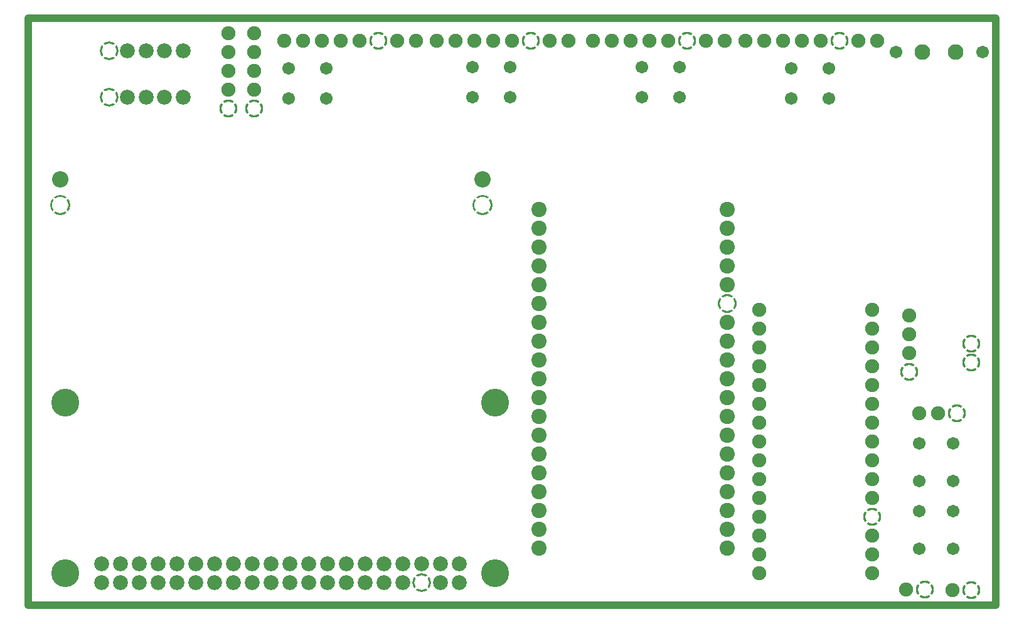
<source format=gbr>
%TF.GenerationSoftware,Altium Limited,Altium Designer,25.1.2 (22)*%
G04 Layer_Physical_Order=2*
G04 Layer_Color=32768*
%FSLAX45Y45*%
%MOMM*%
%TF.SameCoordinates,50AF8CB0-8788-4631-97D4-B92DF93AA5B5*%
%TF.FilePolarity,Negative*%
%TF.FileFunction,Copper,L2,Inr,Plane*%
%TF.Part,Single*%
G01*
G75*
%TA.AperFunction,NonConductor*%
%ADD37C,1.01600*%
%TA.AperFunction,ComponentPad*%
G04:AMPARAMS|DCode=38|XSize=2.424mm|YSize=2.424mm|CornerRadius=0mm|HoleSize=0mm|Usage=FLASHONLY|Rotation=0.000|XOffset=0mm|YOffset=0mm|HoleType=Round|Shape=Relief|Width=0.254mm|Gap=0.254mm|Entries=4|*
%AMTHD38*
7,0,0,2.42400,1.91600,0.25400,45*
%
%ADD38THD38*%
%ADD39C,1.91600*%
%ADD40C,1.71600*%
%ADD41C,2.11600*%
%ADD42C,2.05600*%
G04:AMPARAMS|DCode=43|XSize=2.564mm|YSize=2.564mm|CornerRadius=0mm|HoleSize=0mm|Usage=FLASHONLY|Rotation=0.000|XOffset=0mm|YOffset=0mm|HoleType=Round|Shape=Relief|Width=0.254mm|Gap=0.254mm|Entries=4|*
%AMTHD43*
7,0,0,2.56400,2.05600,0.25400,45*
%
%ADD43THD43*%
%ADD44C,2.01600*%
G04:AMPARAMS|DCode=45|XSize=2.524mm|YSize=2.524mm|CornerRadius=0mm|HoleSize=0mm|Usage=FLASHONLY|Rotation=0.000|XOffset=0mm|YOffset=0mm|HoleType=Round|Shape=Relief|Width=0.254mm|Gap=0.254mm|Entries=4|*
%AMTHD45*
7,0,0,2.52400,2.01600,0.25400,45*
%
%ADD45THD45*%
%ADD46C,3.76600*%
G04:AMPARAMS|DCode=47|XSize=2.724mm|YSize=2.724mm|CornerRadius=0mm|HoleSize=0mm|Usage=FLASHONLY|Rotation=0.000|XOffset=0mm|YOffset=0mm|HoleType=Round|Shape=Relief|Width=0.254mm|Gap=0.254mm|Entries=4|*
%AMTHD47*
7,0,0,2.72400,2.21600,0.25400,45*
%
%ADD47THD47*%
%ADD48C,2.21600*%
D37*
X2540000Y4775200D02*
Y12700000D01*
X15595599D01*
Y4775200D02*
Y12700000D01*
X2540000Y4775200D02*
X15595599D01*
D38*
X15265401Y8051800D02*
D03*
Y8305800D02*
D03*
X5588000Y11480800D02*
D03*
X5245100D02*
D03*
X14643100Y4991100D02*
D03*
X15265401Y4978400D02*
D03*
X13931900Y5969000D02*
D03*
X13487399Y12395200D02*
D03*
X11430000D02*
D03*
X9321800D02*
D03*
X7264400D02*
D03*
X15074899Y7366000D02*
D03*
X14427200Y7924800D02*
D03*
D39*
X5588000Y11734800D02*
D03*
Y11988800D02*
D03*
Y12242800D02*
D03*
Y12496800D02*
D03*
X5245100Y11734800D02*
D03*
Y11988800D02*
D03*
Y12242800D02*
D03*
Y12496800D02*
D03*
X14389101Y4991100D02*
D03*
X15011400Y4978400D02*
D03*
X12407900Y5207000D02*
D03*
Y5461000D02*
D03*
Y5715000D02*
D03*
Y5969000D02*
D03*
Y6223000D02*
D03*
Y6477000D02*
D03*
Y6731000D02*
D03*
Y6985000D02*
D03*
Y7239000D02*
D03*
Y7493000D02*
D03*
Y7747000D02*
D03*
Y8001000D02*
D03*
Y8255000D02*
D03*
Y8509000D02*
D03*
Y8763000D02*
D03*
X13931900D02*
D03*
Y8509000D02*
D03*
Y8255000D02*
D03*
Y8001000D02*
D03*
Y7747000D02*
D03*
Y7493000D02*
D03*
Y7239000D02*
D03*
Y6985000D02*
D03*
Y6731000D02*
D03*
Y6477000D02*
D03*
Y6223000D02*
D03*
Y5715000D02*
D03*
Y5461000D02*
D03*
Y5207000D02*
D03*
X13995399Y12395200D02*
D03*
X13741400D02*
D03*
X13233400D02*
D03*
X12979401D02*
D03*
X12725400D02*
D03*
X12471400D02*
D03*
X12217400D02*
D03*
X11938000D02*
D03*
X11684000D02*
D03*
X11176000D02*
D03*
X10922000D02*
D03*
X10668000D02*
D03*
X10414000D02*
D03*
X10160000D02*
D03*
X9829800D02*
D03*
X9575800D02*
D03*
X9067800D02*
D03*
X8813800D02*
D03*
X8559800D02*
D03*
X8305800D02*
D03*
X8051800D02*
D03*
X7772400D02*
D03*
X7518400D02*
D03*
X7010400D02*
D03*
X6756400D02*
D03*
X6502400D02*
D03*
X6248400D02*
D03*
X5994400D02*
D03*
X14566901Y7366000D02*
D03*
X14820900D02*
D03*
X14427200Y8686800D02*
D03*
Y8432800D02*
D03*
Y8178800D02*
D03*
D40*
X13347701Y12026900D02*
D03*
X12839700D02*
D03*
Y11620500D02*
D03*
X13347701D02*
D03*
X6057900Y12026900D02*
D03*
X6565900D02*
D03*
X6057900Y11620500D02*
D03*
X6565900D02*
D03*
X10820400Y12039600D02*
D03*
X11328400D02*
D03*
X10820400Y11633200D02*
D03*
X11328400D02*
D03*
X14566901Y5537200D02*
D03*
Y6045200D02*
D03*
Y6451600D02*
D03*
Y6959600D02*
D03*
X15024100Y5537200D02*
D03*
Y6045200D02*
D03*
Y6451600D02*
D03*
Y6959600D02*
D03*
X14248599Y12242800D02*
D03*
X15418600D02*
D03*
X8534400Y12039600D02*
D03*
X9042400D02*
D03*
X8534400Y11633200D02*
D03*
X9042400D02*
D03*
D41*
X14608600Y12242800D02*
D03*
X15058600D02*
D03*
D42*
X11976100Y5549900D02*
D03*
Y5803900D02*
D03*
Y10121900D02*
D03*
Y6057900D02*
D03*
Y6311900D02*
D03*
Y6565900D02*
D03*
Y6819900D02*
D03*
Y7073900D02*
D03*
Y7327900D02*
D03*
Y7581900D02*
D03*
Y7835900D02*
D03*
Y8089900D02*
D03*
Y8343900D02*
D03*
Y8597900D02*
D03*
Y9105900D02*
D03*
Y9359900D02*
D03*
Y9613900D02*
D03*
Y9867900D02*
D03*
X9436100Y5549900D02*
D03*
Y5803900D02*
D03*
Y6057900D02*
D03*
Y6311900D02*
D03*
Y6565900D02*
D03*
Y6819900D02*
D03*
Y7073900D02*
D03*
Y7327900D02*
D03*
Y7581900D02*
D03*
Y7835900D02*
D03*
Y8089900D02*
D03*
Y8343900D02*
D03*
Y8597900D02*
D03*
Y8851900D02*
D03*
Y9105900D02*
D03*
Y9359900D02*
D03*
Y9613900D02*
D03*
Y9867900D02*
D03*
Y10121900D02*
D03*
D43*
X11976100Y8851900D02*
D03*
D44*
X4131500Y12266300D02*
D03*
X3881500D02*
D03*
X4381500D02*
D03*
X4631500D02*
D03*
X4131500Y11633200D02*
D03*
X3881500D02*
D03*
X4381500D02*
D03*
X4631500D02*
D03*
X3530600Y5085700D02*
D03*
Y5339700D02*
D03*
X3784600Y5085700D02*
D03*
Y5339700D02*
D03*
X4038600Y5085700D02*
D03*
Y5339700D02*
D03*
X4292600Y5085700D02*
D03*
Y5339700D02*
D03*
X4546600Y5085700D02*
D03*
Y5339700D02*
D03*
X4800600Y5085700D02*
D03*
Y5339700D02*
D03*
X5054600Y5085700D02*
D03*
Y5339700D02*
D03*
X5308600Y5085700D02*
D03*
Y5339700D02*
D03*
X5562600Y5085700D02*
D03*
Y5339700D02*
D03*
X5816600Y5085700D02*
D03*
Y5339700D02*
D03*
X6070600Y5085700D02*
D03*
Y5339700D02*
D03*
X6324600Y5085700D02*
D03*
Y5339700D02*
D03*
X6578600Y5085700D02*
D03*
Y5339700D02*
D03*
X6832600Y5085700D02*
D03*
Y5339700D02*
D03*
X7086600Y5085700D02*
D03*
Y5339700D02*
D03*
X7340600Y5085700D02*
D03*
Y5339700D02*
D03*
X7594600Y5085700D02*
D03*
Y5339700D02*
D03*
X7848600D02*
D03*
X8102600Y5085700D02*
D03*
Y5339700D02*
D03*
X8356600Y5085700D02*
D03*
Y5339700D02*
D03*
D45*
X3631500Y12266300D02*
D03*
Y11633200D02*
D03*
X7848600Y5085700D02*
D03*
D46*
X3043600Y5212700D02*
D03*
Y7512700D02*
D03*
X8843600Y5212700D02*
D03*
Y7512700D02*
D03*
D47*
X8674100Y10178300D02*
D03*
X2971800D02*
D03*
D48*
X8674100Y10528300D02*
D03*
X2971800D02*
D03*
%TF.MD5,f2839b8d601593b291d18c49909ca159*%
M02*

</source>
